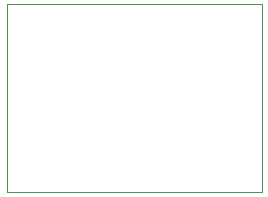
<source format=gbr>
%TF.GenerationSoftware,KiCad,Pcbnew,8.0.3*%
%TF.CreationDate,2024-10-29T19:57:56-07:00*%
%TF.ProjectId,MicPCB,4d696350-4342-42e6-9b69-6361645f7063,rev?*%
%TF.SameCoordinates,Original*%
%TF.FileFunction,Profile,NP*%
%FSLAX46Y46*%
G04 Gerber Fmt 4.6, Leading zero omitted, Abs format (unit mm)*
G04 Created by KiCad (PCBNEW 8.0.3) date 2024-10-29 19:57:56*
%MOMM*%
%LPD*%
G01*
G04 APERTURE LIST*
%TA.AperFunction,Profile*%
%ADD10C,0.050000*%
%TD*%
G04 APERTURE END LIST*
D10*
X154940000Y-87630000D02*
X176530000Y-87630000D01*
X176530000Y-103505000D01*
X154940000Y-103505000D01*
X154940000Y-87630000D01*
M02*

</source>
